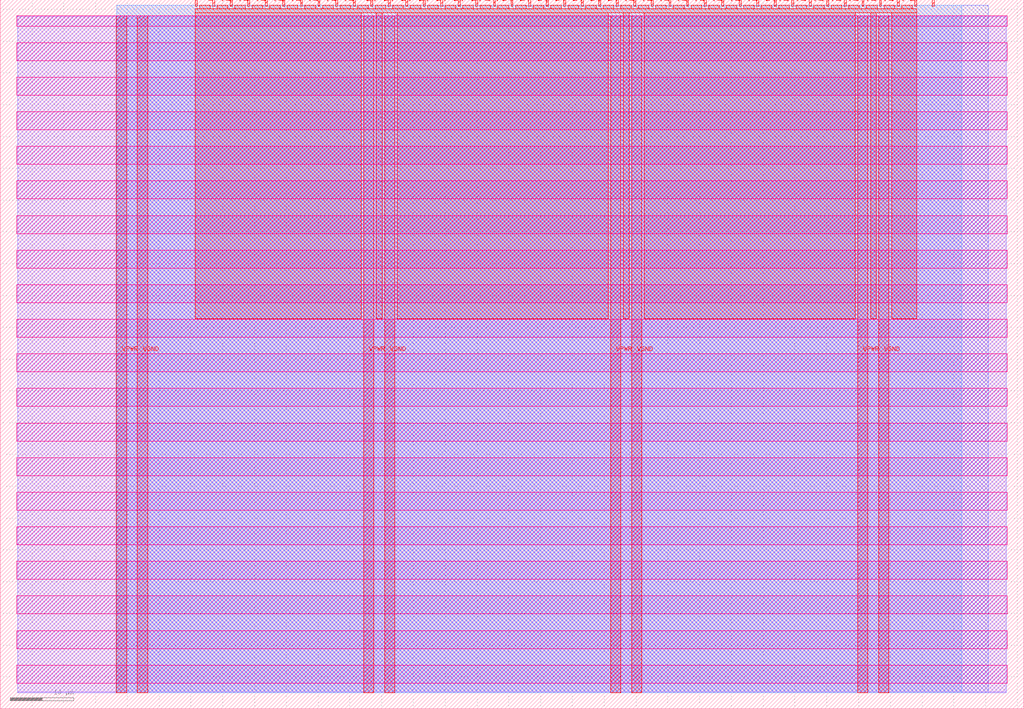
<source format=lef>
VERSION 5.7 ;
  NOWIREEXTENSIONATPIN ON ;
  DIVIDERCHAR "/" ;
  BUSBITCHARS "[]" ;
MACRO tt_um_faramire_stopwatch
  CLASS BLOCK ;
  FOREIGN tt_um_faramire_stopwatch ;
  ORIGIN 0.000 0.000 ;
  SIZE 161.000 BY 111.520 ;
  PIN VGND
    DIRECTION INOUT ;
    USE GROUND ;
    PORT
      LAYER met4 ;
        RECT 21.580 2.480 23.180 109.040 ;
    END
    PORT
      LAYER met4 ;
        RECT 60.450 2.480 62.050 109.040 ;
    END
    PORT
      LAYER met4 ;
        RECT 99.320 2.480 100.920 109.040 ;
    END
    PORT
      LAYER met4 ;
        RECT 138.190 2.480 139.790 109.040 ;
    END
  END VGND
  PIN VPWR
    DIRECTION INOUT ;
    USE POWER ;
    PORT
      LAYER met4 ;
        RECT 18.280 2.480 19.880 109.040 ;
    END
    PORT
      LAYER met4 ;
        RECT 57.150 2.480 58.750 109.040 ;
    END
    PORT
      LAYER met4 ;
        RECT 96.020 2.480 97.620 109.040 ;
    END
    PORT
      LAYER met4 ;
        RECT 134.890 2.480 136.490 109.040 ;
    END
  END VPWR
  PIN clk
    DIRECTION INPUT ;
    USE SIGNAL ;
    ANTENNAGATEAREA 0.852000 ;
    PORT
      LAYER met4 ;
        RECT 143.830 110.520 144.130 111.520 ;
    END
  END clk
  PIN ena
    DIRECTION INPUT ;
    USE SIGNAL ;
    PORT
      LAYER met4 ;
        RECT 146.590 110.520 146.890 111.520 ;
    END
  END ena
  PIN rst_n
    DIRECTION INPUT ;
    USE SIGNAL ;
    ANTENNAGATEAREA 0.196500 ;
    PORT
      LAYER met4 ;
        RECT 141.070 110.520 141.370 111.520 ;
    END
  END rst_n
  PIN ui_in[0]
    DIRECTION INPUT ;
    USE SIGNAL ;
    ANTENNAGATEAREA 0.196500 ;
    PORT
      LAYER met4 ;
        RECT 138.310 110.520 138.610 111.520 ;
    END
  END ui_in[0]
  PIN ui_in[1]
    DIRECTION INPUT ;
    USE SIGNAL ;
    ANTENNAGATEAREA 0.196500 ;
    PORT
      LAYER met4 ;
        RECT 135.550 110.520 135.850 111.520 ;
    END
  END ui_in[1]
  PIN ui_in[2]
    DIRECTION INPUT ;
    USE SIGNAL ;
    ANTENNAGATEAREA 0.196500 ;
    PORT
      LAYER met4 ;
        RECT 132.790 110.520 133.090 111.520 ;
    END
  END ui_in[2]
  PIN ui_in[3]
    DIRECTION INPUT ;
    USE SIGNAL ;
    ANTENNAGATEAREA 0.196500 ;
    PORT
      LAYER met4 ;
        RECT 130.030 110.520 130.330 111.520 ;
    END
  END ui_in[3]
  PIN ui_in[4]
    DIRECTION INPUT ;
    USE SIGNAL ;
    PORT
      LAYER met4 ;
        RECT 127.270 110.520 127.570 111.520 ;
    END
  END ui_in[4]
  PIN ui_in[5]
    DIRECTION INPUT ;
    USE SIGNAL ;
    PORT
      LAYER met4 ;
        RECT 124.510 110.520 124.810 111.520 ;
    END
  END ui_in[5]
  PIN ui_in[6]
    DIRECTION INPUT ;
    USE SIGNAL ;
    PORT
      LAYER met4 ;
        RECT 121.750 110.520 122.050 111.520 ;
    END
  END ui_in[6]
  PIN ui_in[7]
    DIRECTION INPUT ;
    USE SIGNAL ;
    PORT
      LAYER met4 ;
        RECT 118.990 110.520 119.290 111.520 ;
    END
  END ui_in[7]
  PIN uio_in[0]
    DIRECTION INPUT ;
    USE SIGNAL ;
    PORT
      LAYER met4 ;
        RECT 116.230 110.520 116.530 111.520 ;
    END
  END uio_in[0]
  PIN uio_in[1]
    DIRECTION INPUT ;
    USE SIGNAL ;
    PORT
      LAYER met4 ;
        RECT 113.470 110.520 113.770 111.520 ;
    END
  END uio_in[1]
  PIN uio_in[2]
    DIRECTION INPUT ;
    USE SIGNAL ;
    PORT
      LAYER met4 ;
        RECT 110.710 110.520 111.010 111.520 ;
    END
  END uio_in[2]
  PIN uio_in[3]
    DIRECTION INPUT ;
    USE SIGNAL ;
    PORT
      LAYER met4 ;
        RECT 107.950 110.520 108.250 111.520 ;
    END
  END uio_in[3]
  PIN uio_in[4]
    DIRECTION INPUT ;
    USE SIGNAL ;
    PORT
      LAYER met4 ;
        RECT 105.190 110.520 105.490 111.520 ;
    END
  END uio_in[4]
  PIN uio_in[5]
    DIRECTION INPUT ;
    USE SIGNAL ;
    PORT
      LAYER met4 ;
        RECT 102.430 110.520 102.730 111.520 ;
    END
  END uio_in[5]
  PIN uio_in[6]
    DIRECTION INPUT ;
    USE SIGNAL ;
    PORT
      LAYER met4 ;
        RECT 99.670 110.520 99.970 111.520 ;
    END
  END uio_in[6]
  PIN uio_in[7]
    DIRECTION INPUT ;
    USE SIGNAL ;
    PORT
      LAYER met4 ;
        RECT 96.910 110.520 97.210 111.520 ;
    END
  END uio_in[7]
  PIN uio_oe[0]
    DIRECTION OUTPUT ;
    USE SIGNAL ;
    ANTENNADIFFAREA 0.445500 ;
    PORT
      LAYER met4 ;
        RECT 49.990 110.520 50.290 111.520 ;
    END
  END uio_oe[0]
  PIN uio_oe[1]
    DIRECTION OUTPUT ;
    USE SIGNAL ;
    ANTENNADIFFAREA 0.445500 ;
    PORT
      LAYER met4 ;
        RECT 47.230 110.520 47.530 111.520 ;
    END
  END uio_oe[1]
  PIN uio_oe[2]
    DIRECTION OUTPUT ;
    USE SIGNAL ;
    ANTENNADIFFAREA 0.445500 ;
    PORT
      LAYER met4 ;
        RECT 44.470 110.520 44.770 111.520 ;
    END
  END uio_oe[2]
  PIN uio_oe[3]
    DIRECTION OUTPUT ;
    USE SIGNAL ;
    ANTENNADIFFAREA 0.445500 ;
    PORT
      LAYER met4 ;
        RECT 41.710 110.520 42.010 111.520 ;
    END
  END uio_oe[3]
  PIN uio_oe[4]
    DIRECTION OUTPUT ;
    USE SIGNAL ;
    ANTENNADIFFAREA 0.445500 ;
    PORT
      LAYER met4 ;
        RECT 38.950 110.520 39.250 111.520 ;
    END
  END uio_oe[4]
  PIN uio_oe[5]
    DIRECTION OUTPUT ;
    USE SIGNAL ;
    ANTENNADIFFAREA 0.445500 ;
    PORT
      LAYER met4 ;
        RECT 36.190 110.520 36.490 111.520 ;
    END
  END uio_oe[5]
  PIN uio_oe[6]
    DIRECTION OUTPUT ;
    USE SIGNAL ;
    ANTENNADIFFAREA 0.445500 ;
    PORT
      LAYER met4 ;
        RECT 33.430 110.520 33.730 111.520 ;
    END
  END uio_oe[6]
  PIN uio_oe[7]
    DIRECTION OUTPUT ;
    USE SIGNAL ;
    ANTENNADIFFAREA 0.445500 ;
    PORT
      LAYER met4 ;
        RECT 30.670 110.520 30.970 111.520 ;
    END
  END uio_oe[7]
  PIN uio_out[0]
    DIRECTION OUTPUT ;
    USE SIGNAL ;
    ANTENNADIFFAREA 0.445500 ;
    PORT
      LAYER met4 ;
        RECT 72.070 110.520 72.370 111.520 ;
    END
  END uio_out[0]
  PIN uio_out[1]
    DIRECTION OUTPUT ;
    USE SIGNAL ;
    ANTENNADIFFAREA 0.445500 ;
    PORT
      LAYER met4 ;
        RECT 69.310 110.520 69.610 111.520 ;
    END
  END uio_out[1]
  PIN uio_out[2]
    DIRECTION OUTPUT ;
    USE SIGNAL ;
    ANTENNADIFFAREA 0.445500 ;
    PORT
      LAYER met4 ;
        RECT 66.550 110.520 66.850 111.520 ;
    END
  END uio_out[2]
  PIN uio_out[3]
    DIRECTION OUTPUT ;
    USE SIGNAL ;
    ANTENNADIFFAREA 0.445500 ;
    PORT
      LAYER met4 ;
        RECT 63.790 110.520 64.090 111.520 ;
    END
  END uio_out[3]
  PIN uio_out[4]
    DIRECTION OUTPUT ;
    USE SIGNAL ;
    ANTENNADIFFAREA 0.445500 ;
    PORT
      LAYER met4 ;
        RECT 61.030 110.520 61.330 111.520 ;
    END
  END uio_out[4]
  PIN uio_out[5]
    DIRECTION OUTPUT ;
    USE SIGNAL ;
    ANTENNADIFFAREA 0.445500 ;
    PORT
      LAYER met4 ;
        RECT 58.270 110.520 58.570 111.520 ;
    END
  END uio_out[5]
  PIN uio_out[6]
    DIRECTION OUTPUT ;
    USE SIGNAL ;
    ANTENNADIFFAREA 0.445500 ;
    PORT
      LAYER met4 ;
        RECT 55.510 110.520 55.810 111.520 ;
    END
  END uio_out[6]
  PIN uio_out[7]
    DIRECTION OUTPUT ;
    USE SIGNAL ;
    ANTENNADIFFAREA 0.445500 ;
    PORT
      LAYER met4 ;
        RECT 52.750 110.520 53.050 111.520 ;
    END
  END uio_out[7]
  PIN uo_out[0]
    DIRECTION OUTPUT ;
    USE SIGNAL ;
    ANTENNADIFFAREA 0.795200 ;
    PORT
      LAYER met4 ;
        RECT 94.150 110.520 94.450 111.520 ;
    END
  END uo_out[0]
  PIN uo_out[1]
    DIRECTION OUTPUT ;
    USE SIGNAL ;
    ANTENNADIFFAREA 0.445500 ;
    PORT
      LAYER met4 ;
        RECT 91.390 110.520 91.690 111.520 ;
    END
  END uo_out[1]
  PIN uo_out[2]
    DIRECTION OUTPUT ;
    USE SIGNAL ;
    ANTENNADIFFAREA 0.795200 ;
    PORT
      LAYER met4 ;
        RECT 88.630 110.520 88.930 111.520 ;
    END
  END uo_out[2]
  PIN uo_out[3]
    DIRECTION OUTPUT ;
    USE SIGNAL ;
    ANTENNADIFFAREA 0.795200 ;
    PORT
      LAYER met4 ;
        RECT 85.870 110.520 86.170 111.520 ;
    END
  END uo_out[3]
  PIN uo_out[4]
    DIRECTION OUTPUT ;
    USE SIGNAL ;
    ANTENNADIFFAREA 0.795200 ;
    PORT
      LAYER met4 ;
        RECT 83.110 110.520 83.410 111.520 ;
    END
  END uo_out[4]
  PIN uo_out[5]
    DIRECTION OUTPUT ;
    USE SIGNAL ;
    ANTENNADIFFAREA 0.445500 ;
    PORT
      LAYER met4 ;
        RECT 80.350 110.520 80.650 111.520 ;
    END
  END uo_out[5]
  PIN uo_out[6]
    DIRECTION OUTPUT ;
    USE SIGNAL ;
    ANTENNADIFFAREA 0.445500 ;
    PORT
      LAYER met4 ;
        RECT 77.590 110.520 77.890 111.520 ;
    END
  END uo_out[6]
  PIN uo_out[7]
    DIRECTION OUTPUT ;
    USE SIGNAL ;
    ANTENNADIFFAREA 0.445500 ;
    PORT
      LAYER met4 ;
        RECT 74.830 110.520 75.130 111.520 ;
    END
  END uo_out[7]
  OBS
      LAYER nwell ;
        RECT 2.570 107.385 158.430 108.990 ;
        RECT 2.570 101.945 158.430 104.775 ;
        RECT 2.570 96.505 158.430 99.335 ;
        RECT 2.570 91.065 158.430 93.895 ;
        RECT 2.570 85.625 158.430 88.455 ;
        RECT 2.570 80.185 158.430 83.015 ;
        RECT 2.570 74.745 158.430 77.575 ;
        RECT 2.570 69.305 158.430 72.135 ;
        RECT 2.570 63.865 158.430 66.695 ;
        RECT 2.570 58.425 158.430 61.255 ;
        RECT 2.570 52.985 158.430 55.815 ;
        RECT 2.570 47.545 158.430 50.375 ;
        RECT 2.570 42.105 158.430 44.935 ;
        RECT 2.570 36.665 158.430 39.495 ;
        RECT 2.570 31.225 158.430 34.055 ;
        RECT 2.570 25.785 158.430 28.615 ;
        RECT 2.570 20.345 158.430 23.175 ;
        RECT 2.570 14.905 158.430 17.735 ;
        RECT 2.570 9.465 158.430 12.295 ;
        RECT 2.570 4.025 158.430 6.855 ;
      LAYER li1 ;
        RECT 2.760 2.635 158.240 108.885 ;
      LAYER met1 ;
        RECT 2.760 2.480 158.240 109.040 ;
      LAYER met2 ;
        RECT 18.310 2.535 155.380 110.685 ;
      LAYER met3 ;
        RECT 18.290 2.555 151.275 110.665 ;
      LAYER met4 ;
        RECT 31.370 110.120 33.030 110.665 ;
        RECT 34.130 110.120 35.790 110.665 ;
        RECT 36.890 110.120 38.550 110.665 ;
        RECT 39.650 110.120 41.310 110.665 ;
        RECT 42.410 110.120 44.070 110.665 ;
        RECT 45.170 110.120 46.830 110.665 ;
        RECT 47.930 110.120 49.590 110.665 ;
        RECT 50.690 110.120 52.350 110.665 ;
        RECT 53.450 110.120 55.110 110.665 ;
        RECT 56.210 110.120 57.870 110.665 ;
        RECT 58.970 110.120 60.630 110.665 ;
        RECT 61.730 110.120 63.390 110.665 ;
        RECT 64.490 110.120 66.150 110.665 ;
        RECT 67.250 110.120 68.910 110.665 ;
        RECT 70.010 110.120 71.670 110.665 ;
        RECT 72.770 110.120 74.430 110.665 ;
        RECT 75.530 110.120 77.190 110.665 ;
        RECT 78.290 110.120 79.950 110.665 ;
        RECT 81.050 110.120 82.710 110.665 ;
        RECT 83.810 110.120 85.470 110.665 ;
        RECT 86.570 110.120 88.230 110.665 ;
        RECT 89.330 110.120 90.990 110.665 ;
        RECT 92.090 110.120 93.750 110.665 ;
        RECT 94.850 110.120 96.510 110.665 ;
        RECT 97.610 110.120 99.270 110.665 ;
        RECT 100.370 110.120 102.030 110.665 ;
        RECT 103.130 110.120 104.790 110.665 ;
        RECT 105.890 110.120 107.550 110.665 ;
        RECT 108.650 110.120 110.310 110.665 ;
        RECT 111.410 110.120 113.070 110.665 ;
        RECT 114.170 110.120 115.830 110.665 ;
        RECT 116.930 110.120 118.590 110.665 ;
        RECT 119.690 110.120 121.350 110.665 ;
        RECT 122.450 110.120 124.110 110.665 ;
        RECT 125.210 110.120 126.870 110.665 ;
        RECT 127.970 110.120 129.630 110.665 ;
        RECT 130.730 110.120 132.390 110.665 ;
        RECT 133.490 110.120 135.150 110.665 ;
        RECT 136.250 110.120 137.910 110.665 ;
        RECT 139.010 110.120 140.670 110.665 ;
        RECT 141.770 110.120 143.430 110.665 ;
        RECT 30.655 109.440 144.145 110.120 ;
        RECT 30.655 61.375 56.750 109.440 ;
        RECT 59.150 61.375 60.050 109.440 ;
        RECT 62.450 61.375 95.620 109.440 ;
        RECT 98.020 61.375 98.920 109.440 ;
        RECT 101.320 61.375 134.490 109.440 ;
        RECT 136.890 61.375 137.790 109.440 ;
        RECT 140.190 61.375 144.145 109.440 ;
  END
END tt_um_faramire_stopwatch
END LIBRARY


</source>
